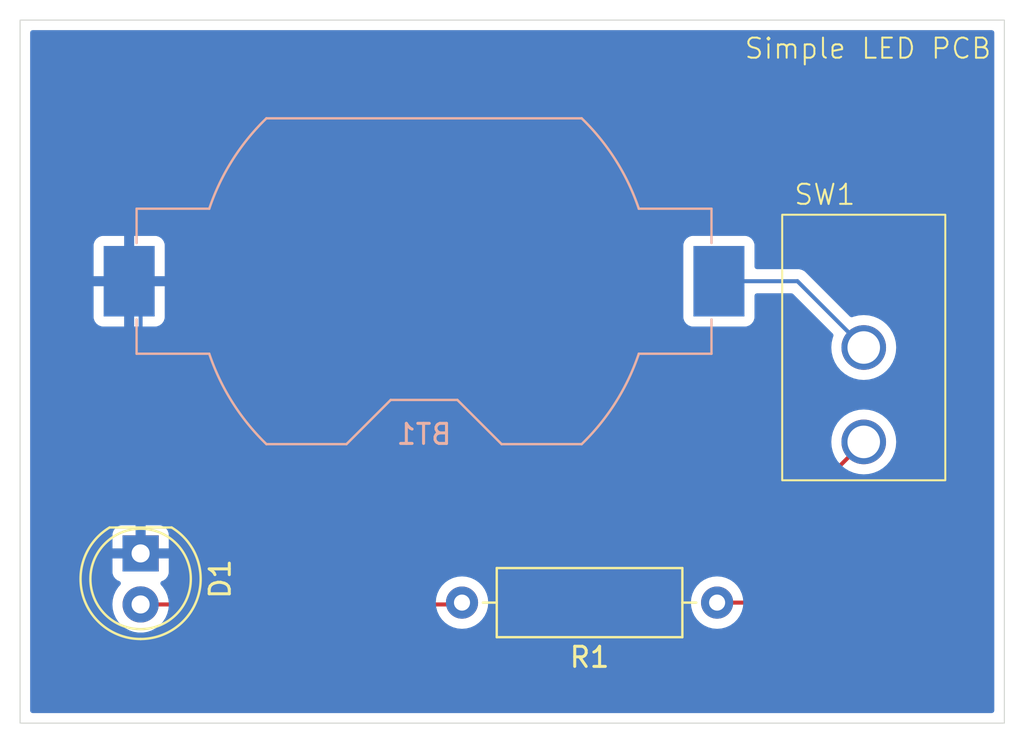
<source format=kicad_pcb>
(kicad_pcb (version 20240108) (generator "pcbnew") (generator_version "8.0")
  (title_block (title "PCB Tutorial for KiCad 8.0") (date "2024-10-15") (rev "0"))
  (layers (0 "F.Cu" signal) (31 "B.Cu" signal) (34 "B.Paste" user) (35 "F.Paste" user) (36 "B.SilkS" user "B.Silkscreen") (37 "F.SilkS" user "F.Silkscreen") (38 "B.Mask" user) (39 "F.Mask" user) (44 "Edge.Cuts" user))
  (net 0 "")
  (net 1 "GND")
  (net 2 "VCC")
  (net 3 "/led")
  (net 4 "Net-(BT1-+)")
  (footprint "Resistor_THT:R_Axial_DIN0309_L9.0mm_D3.2mm_P12.70mm_Horizontal" (layer "F.Cu") (at 164.7 99 180)
    (property "Reference" "R1" (at 6.35 -2.72 0) (layer "F.SilkS"))
    (property "Value" "1K")
    (fp_line (start 11.66 0) (end 10.97 0) (stroke (width 0.12)) (layer "F.SilkS"))
    (fp_line (start 10.97 1.72) (end 10.97 -1.72) (stroke (width 0.12)) (layer "F.SilkS"))
    (fp_line (start 10.97 -1.72) (end 1.73 -1.72) (stroke (width 0.12)) (layer "F.SilkS"))
    (fp_line (start 1.73 1.72) (end 10.97 1.72) (stroke (width 0.12)) (layer "F.SilkS"))
    (fp_line (start 1.73 -1.72) (end 1.73 1.72) (stroke (width 0.12)) (layer "F.SilkS"))
    (fp_line (start 1.04 0) (end 1.73 0) (stroke (width 0.12)) (layer "F.SilkS"))
    (pad "1" thru_hole circle (at 0 0 180) (size 1.6 1.6) (drill 0.8) (layers "*.Cu" "*.Mask") (net 2 "VCC"))
    (pad "2" thru_hole oval (at 12.7 0 180) (size 1.6 1.6) (drill 0.8) (layers "*.Cu" "*.Mask") (net 3 "/led"))
  )
  (footprint "getting-started:Switch_Toggle_SPST_NKK_M2011S3A1x03" (layer "F.Cu") (at 172 81.6)
    (property "Reference" "SW1" (at -1.94 -2.91 0) (layer "F.SilkS") (effects (font (thickness 0.1))))
    (property "Value" "M2011S3A1W03")
    (fp_rect (start -4.06 -1.91) (end 4.06 11.31) (stroke (width 0.1)) (fill none) (layer "F.SilkS"))
    (pad "2" thru_hole circle (at 0 4.7) (size 2.22 2.22) (drill 1.62) (layers "*.Cu" "*.Mask") (net 4 "Net-(BT1-+)"))
    (pad "3" thru_hole circle (at 0 9.4) (size 2.22 2.22) (drill 1.62) (layers "*.Cu" "*.Mask") (net 2 "VCC"))
  )
  (footprint "LED_THT:LED_D5.0mm" (layer "F.Cu") (at 136 96.55103 -90)
    (property "Reference" "D1" (at 1.27 -3.96 90) (layer "F.SilkS"))
    (property "Value" "red")
    (fp_line (start -1.29 -1.545) (end -1.29 1.545) (stroke (width 0.12)) (layer "F.SilkS"))
    (fp_arc (start 4.26 -0.000462) (mid 2.072002 2.880433) (end -1.29 1.54483) (stroke (width 0.12)) (layer "F.SilkS"))
    (fp_arc (start -1.29 -1.54483) (mid 2.072002 -2.880433) (end 4.26 0.000462) (stroke (width 0.12)) (layer "F.SilkS"))
    (fp_circle (center 1.27 0) (end 3.77 0) (stroke (width 0.12)) (fill none) (layer "F.SilkS"))
    (pad "1" thru_hole rect (at 0 0 270) (size 1.8 1.8) (drill 0.9) (layers "*.Cu" "*.Mask") (net 1 "GND"))
    (pad "2" thru_hole circle (at 2.54 0 270) (size 1.8 1.8) (drill 0.9) (layers "*.Cu" "*.Mask") (net 3 "/led"))
  )
  (footprint "Battery:BatteryHolder_Keystone_1058_1x2032" (layer "B.Cu") (at 150.11 83 180)
    (property "Reference" "BT1" (at 0 -7.62 0) (layer "B.SilkS") (effects (justify mirror)))
    (property "Value" "3V")
    (fp_line (start 14.31 3.61) (end 14.31 1.9) (stroke (width 0.12)) (layer "B.SilkS"))
    (fp_line (start 14.31 3.61) (end 10.692 3.61) (stroke (width 0.12)) (layer "B.SilkS"))
    (fp_line (start 14.31 -3.61) (end 14.31 -1.9) (stroke (width 0.12)) (layer "B.SilkS"))
    (fp_line (start 10.692 -3.61) (end 14.31 -3.61) (stroke (width 0.12)) (layer "B.SilkS"))
    (fp_line (start 7.8473 8.11) (end -7.8473 8.11) (stroke (width 0.12)) (layer "B.SilkS"))
    (fp_line (start 3.86 -8.11) (end 7.8473 -8.11) (stroke (width 0.12)) (layer "B.SilkS"))
    (fp_line (start 3.86 -8.11) (end 1.66 -5.91) (stroke (width 0.12)) (layer "B.SilkS"))
    (fp_line (start -1.66 -5.91) (end 1.66 -5.91) (stroke (width 0.12)) (layer "B.SilkS"))
    (fp_line (start -3.86 -8.11) (end -1.66 -5.91) (stroke (width 0.12)) (layer "B.SilkS"))
    (fp_line (start -7.8473 -8.11) (end -3.86 -8.11) (stroke (width 0.12)) (layer "B.SilkS"))
    (fp_line (start -10.692 3.61) (end -14.31 3.61) (stroke (width 0.12)) (layer "B.SilkS"))
    (fp_line (start -14.31 3.61) (end -14.31 1.9) (stroke (width 0.12)) (layer "B.SilkS"))
    (fp_line (start -14.31 -3.61) (end -10.692 -3.61) (stroke (width 0.12)) (layer "B.SilkS"))
    (fp_line (start -14.31 -3.61) (end -14.31 -1.9) (stroke (width 0.12)) (layer "B.SilkS"))
    (fp_arc (start 10.692 3.61) (mid 9.538084 6.031244) (end 7.845371 8.111789) (stroke (width 0.12)) (layer "B.SilkS"))
    (fp_arc (start 7.845371 -8.111789) (mid 9.538084 -6.031244) (end 10.692 -3.61) (stroke (width 0.12)) (layer "B.SilkS"))
    (fp_arc (start -7.845371 8.111789) (mid -9.538084 6.031244) (end -10.692 3.61) (stroke (width 0.12)) (layer "B.SilkS"))
    (fp_arc (start -10.692 -3.61) (mid -9.538085 -6.031245) (end -7.845371 -8.111789) (stroke (width 0.12)) (layer "B.SilkS"))
    (pad "1" smd rect (at -14.68 0 180) (size 2.54 3.51) (layers "B.Cu" "B.Paste" "B.Mask") (net 4 "Net-(BT1-+)"))
    (pad "2" smd rect (at 14.68 0 180) (size 2.54 3.51) (layers "B.Cu" "B.Paste" "B.Mask") (net 1 "GND"))
  )
  (gr_rect (start 130 70) (end 179 105) (stroke (width 0.05)) (fill none) (layer "Edge.Cuts"))
  (gr_text "Simple LED PCB" (at 166 72 0) (layer "F.SilkS") (effects (font (size 1 1) (thickness 0.1)) (justify left bottom)))
  (segment (start 136 96.55103) (end 136 83.57) (width 0.2) (layer "B.Cu") (net 1))
  (segment (start 136 83.57) (end 135.43 83) (width 0.2) (layer "B.Cu") (net 1))
  (segment (start 167 99) (end 164.7 99) (width 0.2) (layer "F.Cu") (net 2))
  (segment (start 169 94) (end 169 97) (width 0.2) (layer "F.Cu") (net 2))
  (segment (start 172 91) (end 169 94) (width 0.2) (layer "F.Cu") (net 2))
  (segment (start 169 97) (end 167 99) (width 0.2) (layer "F.Cu") (net 2))
  (segment (start 151.90897 99.09103) (end 152 99) (width 0.2) (layer "F.Cu") (net 3))
  (segment (start 136 99.09103) (end 151.90897 99.09103) (width 0.2) (layer "F.Cu") (net 3))
  (segment (start 168.7 83) (end 172 86.3) (width 0.2) (layer "B.Cu") (net 4))
  (segment (start 164.79 83) (end 168.7 83) (width 0.2) (layer "B.Cu") (net 4))
  (zone (net 1) (net_name "GND") (layer "B.Cu") (connect_pads (clearance 0.5)) (min_thickness 0.25) (fill yes (thermal_gap 0.5) (thermal_bridge_width 0.5))
    (polygon (pts (xy 129 69) (xy 180 69) (xy 180 106) (xy 129 106)))
  )
)
</source>
